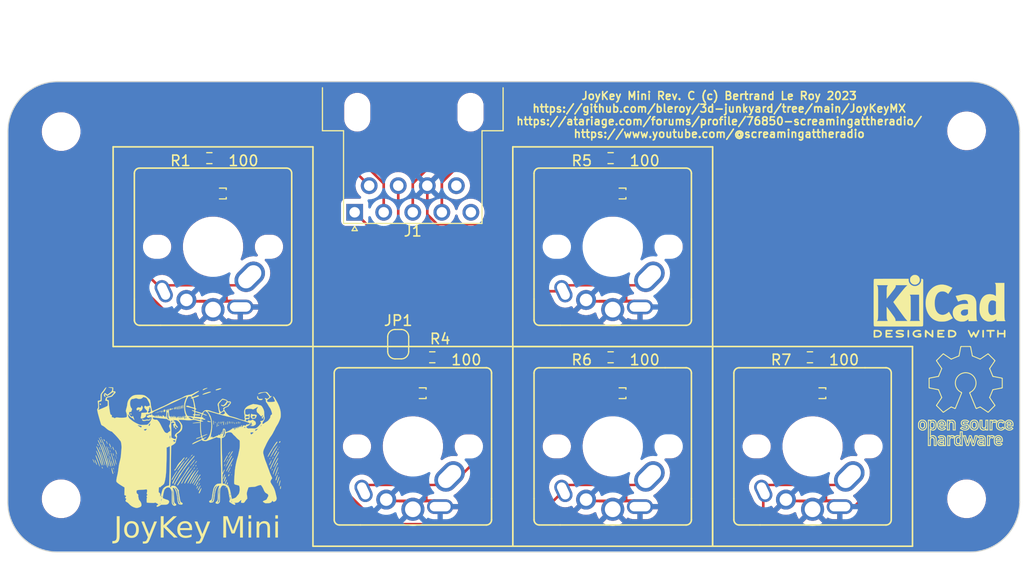
<source format=kicad_pcb>
(kicad_pcb (version 20221018) (generator pcbnew)
  (title_block (title "JoyKey Mini") (date "2023-03-01") (rev "1") (company "Decent Consulting"))
  (layers (0 "F.Cu" signal) (31 "B.Cu" signal) (34 "B.Paste" user) (35 "F.Paste" user) (36 "B.SilkS" user "B.Silkscreen") (37 "F.SilkS" user "F.Silkscreen") (38 "B.Mask" user) (39 "F.Mask" user) (44 "Edge.Cuts" user))
  (net 0 "")
  (net 1 "1")
  (net 2 "2")
  (net 3 "3")
  (net 4 "4")
  (net 5 "5")
  (net 6 "6")
  (net 7 "7")
  (net 8 "8")
  (net 9 "9")
  (net 10 "LED_VCC")
  (net 11 "Net-(R1-Pad2)")
  (net 12 "Net-(R4-Pad2)")
  (net 13 "Net-(R5-Pad2)")
  (net 14 "Net-(R6-Pad2)")
  (net 15 "Net-(R7-Pad2)")
  (footprint "Connector_Dsub:DSUB-9_Female_Horizontal_P2.77x2.54mm_EdgePinOffset9.40mm" (layer "F.Cu") (at 52.813165 36.136581 180)
    (fp_text reference "J1" (at -5.54 -1.8) (layer "F.SilkS"))
    (fp_text value "DB9_Female" hide)
    (pad "1" thru_hole rect (at 0 0 180) (size 1.6 1.6) (drill 1) (layers "*.Cu" "*.Mask") (net 1 "1"))
    (pad "2" thru_hole circle (at -2.77 0 180) (size 1.6 1.6) (drill 1) (layers "*.Cu" "*.Mask") (net 2 "2"))
    (pad "3" thru_hole circle (at -5.54 0 180) (size 1.6 1.6) (drill 1) (layers "*.Cu" "*.Mask") (net 3 "3"))
    (pad "4" thru_hole circle (at -8.31 0 180) (size 1.6 1.6) (drill 1) (layers "*.Cu" "*.Mask") (net 4 "4"))
    (pad "5" thru_hole circle (at -11.08 0 180) (size 1.6 1.6) (drill 1) (layers "*.Cu" "*.Mask") (net 5 "5"))
    (pad "6" thru_hole circle (at -1.385 2.54 180) (size 1.6 1.6) (drill 1) (layers "*.Cu" "*.Mask") (net 6 "6"))
    (pad "7" thru_hole circle (at -4.155 2.54 180) (size 1.6 1.6) (drill 1) (layers "*.Cu" "*.Mask") (net 7 "7"))
    (pad "8" thru_hole circle (at -6.925 2.54 180) (size 1.6 1.6) (drill 1) (layers "*.Cu" "*.Mask") (net 8 "8"))
    (pad "9" thru_hole circle (at -9.695 2.54 180) (size 1.6 1.6) (drill 1) (layers "*.Cu" "*.Mask") (net 9 "9"))
  )
  (footprint "Resistor_SMD:R_0603_1608Metric_Pad0.98x0.95mm_HandSolder" (layer "F.Cu") (at 96.213165 49.96885)
    (fp_text reference "R7" (at -2.75 0.25) (layer "F.SilkS"))
    (fp_text value "100" (at 3.25 0.25) (layer "F.SilkS"))
    (pad "1" smd roundrect (at -0.9125 0) (size 0.975 0.95) (layers "F.Cu" "F.Paste" "F.Mask") (net 8 "8"))
    (pad "2" smd roundrect (at 0.9125 0) (size 0.975 0.95) (layers "F.Cu" "F.Paste" "F.Mask") (net 15 "Net-(R7-Pad2)"))
  )
  (footprint "Resistor_SMD:R_0603_1608Metric_Pad0.98x0.95mm_HandSolder" (layer "F.Cu") (at 77.213165 30.96885)
    (fp_text reference "R5" (at -2.75 0.25) (layer "F.SilkS"))
    (fp_text value "100" (at 3.25 0.25) (layer "F.SilkS"))
    (pad "1" smd roundrect (at -0.9125 0) (size 0.975 0.95) (layers "F.Cu" "F.Paste" "F.Mask") (net 8 "8"))
    (pad "2" smd roundrect (at 0.9125 0) (size 0.975 0.95) (layers "F.Cu" "F.Paste" "F.Mask") (net 13 "Net-(R5-Pad2)"))
  )
  (footprint "Library:OSH_logo" (layer "F.Cu") (at 111.0618 52.3376)
    (fp_text reference "REF**" hide)
    (fp_text value "OSH_logo" hide)
  )
  (footprint "Library:MX-1-00U-LED" (layer "F.Cu") (at 96.463165 58.46885)
    (fp_text reference "SW6")
    (fp_text value "SW_WITHLED")
    (pad "" np_thru_hole oval (at -5.33 0 270) (size 1.8 2.2) (drill oval 1.8 2.2) (layers "F&B.Cu" "*.Mask"))
    (pad "" np_thru_hole circle (at 0 0 180) (size 5.25 5.25) (drill 5.25) (layers "F&B.Cu" "*.Mask"))
    (pad "" np_thru_hole oval (at 5.33 0 270) (size 1.8 2.2) (drill oval 1.8 2.2) (layers "F&B.Cu" "*.Mask"))
    (pad "1" thru_hole oval (at -4.7 4.25 205) (size 1.4 2.2) (drill oval 0.9 1.7) (layers "*.Cu" "*.Mask") (net 4 "4"))
    (pad "1" smd rect (at -1.2192 3.683 270) (size 0.2286 6.8326) (layers "F.Cu" "F.Paste" "F.Mask") (net 4 "4"))
    (pad "1" thru_hole oval (at 3.5 2.87 225) (size 3.2 2.2) (drill oval 2.5 1.5) (layers "*.Cu" "*.Mask") (net 4 "4"))
    (pad "2" thru_hole circle (at -2.54 5.08 90) (size 1.9 1.9) (drill 1.2) (layers "*.Cu" "*.Mask") (net 8 "8"))
    (pad "2" smd rect (at -1.27 5.207 270) (size 0.254 1.312) (layers "F.Cu" "F.Paste" "F.Mask") (net 8 "8"))
    (pad "2" thru_hole circle (at 0 6 90) (size 2.2 2.2) (drill 1.5) (layers "*.Cu" "*.Mask") (net 8 "8"))
    (pad "2" smd rect (at 1.26 5.192 270) (size 0.284 1.758) (layers "F.Cu" "F.Paste" "F.Mask") (net 8 "8"))
    (pad "2" thru_hole oval (at 2.6 5.75 270) (size 1.4 2.5) (drill oval 0.9 2) (layers "*.Cu" "*.Mask") (net 8 "8"))
    (pad "3" smd rect (at 0.75 -5.08 90) (size 0.8 0.8) (layers "F.Cu" "F.Paste" "F.Mask") (net 15 "Net-(R7-Pad2)"))
    (pad "4" smd rect (at -0.75 -5.08 90) (size 0.8 0.8) (layers "F.Cu" "F.Paste" "F.Mask") (net 10 "LED_VCC"))
  )
  (footprint "Library:MX-1-00U-LED" (layer "F.Cu") (at 77.413165 58.46885)
    (fp_text reference "SW5")
    (fp_text value "SW_WITHLED")
    (pad "" np_thru_hole oval (at -5.33 0 270) (size 1.8 2.2) (drill oval 1.8 2.2) (layers "F&B.Cu" "*.Mask"))
    (pad "" np_thru_hole circle (at 0 0 180) (size 5.25 5.25) (drill 5.25) (layers "F&B.Cu" "*.Mask"))
    (pad "" np_thru_hole oval (at 5.33 0 270) (size 1.8 2.2) (drill oval 1.8 2.2) (layers "F&B.Cu" "*.Mask"))
    (pad "1" thru_hole oval (at -4.7 4.25 205) (size 1.4 2.2) (drill oval 0.9 1.7) (layers "*.Cu" "*.Mask") (net 2 "2"))
    (pad "1" smd rect (at -1.2192 3.683 270) (size 0.2286 6.8326) (layers "F.Cu" "F.Paste" "F.Mask") (net 2 "2"))
    (pad "1" thru_hole oval (at 3.5 2.87 225) (size 3.2 2.2) (drill oval 2.5 1.5) (layers "*.Cu" "*.Mask") (net 2 "2"))
    (pad "2" thru_hole circle (at -2.54 5.08 90) (size 1.9 1.9) (drill 1.2) (layers "*.Cu" "*.Mask") (net 8 "8"))
    (pad "2" smd rect (at -1.27 5.207 270) (size 0.254 1.312) (layers "F.Cu" "F.Paste" "F.Mask") (net 8 "8"))
    (pad "2" thru_hole circle (at 0 6 90) (size 2.2 2.2) (drill 1.5) (layers "*.Cu" "*.Mask") (net 8 "8"))
    (pad "2" smd rect (at 1.26 5.192 270) (size 0.284 1.758) (layers "F.Cu" "F.Paste" "F.Mask") (net 8 "8"))
    (pad "2" thru_hole oval (at 2.6 5.75 270) (size 1.4 2.5) (drill oval 0.9 2) (layers "*.Cu" "*.Mask") (net 8 "8"))
    (pad "3" smd rect (at 0.75 -5.08 90) (size 0.8 0.8) (layers "F.Cu" "F.Paste" "F.Mask") (net 14 "Net-(R6-Pad2)"))
    (pad "4" smd rect (at -0.75 -5.08 90) (size 0.8 0.8) (layers "F.Cu" "F.Paste" "F.Mask") (net 10 "LED_VCC"))
  )
  (footprint "" (layer "F.Cu") (at 63.8568 26.5876)
    (fp_text reference "" (at 0 0) (layer "F.SilkS") (effects (font (size 1.27 1.27))))
    (fp_text value "" (at 0 0) (layer "F.SilkS") (effects (font (size 1.27 1.27))))
    (pad "" np_thru_hole oval (at 0 0) (size 2 3.2) (drill oval 2 3.2) (layers "*.Cu" "*.Mask"))
  )
  (footprint "Symbol:KiCad-Logo2_5mm_SilkScreen" (layer "F.Cu") (at 108.5618 45.0876)
    (fp_text reference "REF**" hide)
    (fp_text value "KiCad-Logo2_5mm_SilkScreen" hide)
  )
  (footprint "Jumper:SolderJumper-2_P1.3mm_Bridged_RoundedPad1.0x1.5mm" (layer "F.Cu") (at 56.963165 48.71885 -90)
    (fp_text reference "JP1" (at -2.25 0) (layer "F.SilkS"))
    (fp_text value "SolderJumper_2_Bridged")
    (fp_poly (pts (xy 0.25 -0.3) (xy -0.25 -0.3) (xy -0.25 0.3) (xy 0.25 0.3)) (fill solid) (layer "F.Cu"))
    (pad "1" smd custom (at -0.65 0 270) (size 1 0.5) (layers "F.Cu" "F.Mask") (net 7 "7") (options (clearance outline) (anchor rect)) (primitives (gr_circle (center 0 0.25) (end 0.5 0.25) (width 0) (fill yes)) (gr_circle (center 0 -0.25) (end 0.5 -0.25) (width 0) (fill yes)) (gr_poly (pts (xy 0.5 0.75) (xy 0 0.75) (xy 0 -0.75) (xy 0.5 -0.75)) (width 0) (fill yes))))
    (pad "2" smd custom (at 0.65 0 270) (size 1 0.5) (layers "F.Cu" "F.Mask") (net 10 "LED_VCC") (options (clearance outline) (anchor rect)) (primitives (gr_circle (center 0 0.25) (end 0.5 0.25) (width 0) (fill yes)) (gr_circle (center 0 -0.25) (end 0.5 -0.25) (width 0) (fill yes)) (gr_poly (pts (xy 0 0.75) (xy -0.5 0.75) (xy -0.5 -0.75) (xy 0 -0.75)) (width 0) (fill yes))))
  )
  (footprint "MountingHole:MountingHole_3.2mm_M3" (layer "F.Cu") (at 111.145165 63.46885)
    (fp_text reference "REF**" hide)
    (fp_text value "MountingHole_3.2mm_M3" hide)
    (pad "" np_thru_hole circle (at 0 0) (size 3.2 3.2) (drill 3.2) (layers "*.Cu" "*.Mask"))
  )
  (footprint "Library:ScreamingLogo" (layer "F.Cu") (at 36.945578 57.499201)
    (fp_text reference "G***" hide)
    (fp_text value "LOGO" hide)
  )
  (footprint "MountingHole:MountingHole_3.2mm_M3" (layer "F.Cu") (at 24.835165 63.46885)
    (fp_text reference "REF**" hide)
    (fp_text value "MountingHole_3.2mm_M3" hide)
    (pad "" np_thru_hole circle (at 0 0) (size 3.2 3.2) (drill 3.2) (layers "*.Cu" "*.Mask"))
  )
  (footprint "Resistor_SMD:R_0603_1608Metric_Pad0.98x0.95mm_HandSolder" (layer "F.Cu") (at 77.213165 49.96885)
    (fp_text reference "R6" (at -2.75 0.25) (layer "F.SilkS"))
    (fp_text value "100" (at 3.25 0.25) (layer "F.SilkS"))
    (pad "1" smd roundrect (at -0.9125 0) (size 0.975 0.95) (layers "F.Cu" "F.Paste" "F.Mask") (net 8 "8"))
    (pad "2" smd roundrect (at 0.9125 0) (size 0.975 0.95) (layers "F.Cu" "F.Paste" "F.Mask") (net 14 "Net-(R6-Pad2)"))
  )
  (footprint "MountingHole:MountingHole_3.2mm_M3" (layer "F.Cu") (at 24.835165 28.43335)
    (fp_text reference "REF**" hide)
    (fp_text value "MountingHole_3.2mm_M3" hide)
    (pad "" np_thru_hole circle (at 0 0) (size 3.2 3.2) (drill 3.2) (layers "*.Cu" "*.Mask"))
  )
  (footprint "Library:MX-1-00U-LED" (layer "F.Cu") (at 77.413165 39.41885)
    (fp_text reference "SW4")
    (fp_text value "SW_WITHLED")
    (pad "" np_thru_hole oval (at -5.33 0 270) (size 1.8 2.2) (drill oval 1.8 2.2) (layers "F&B.Cu" "*.Mask"))
    (pad "" np_thru_hole circle (at 0 0 180) (size 5.25 5.25) (drill 5.25) (layers "F&B.Cu" "*.Mask"))
    (pad "" np_thru_hole oval (at 5.33 0 270) (size 1.8 2.2) (drill oval 1.8 2.2) (layers "F&B.Cu" "*.Mask"))
    (pad "1" thru_hole oval (at -4.7 4.25 205) (size 1.4 2.2) (drill oval 0.9 1.7) (layers "*.Cu" "*.Mask") (net 1 "1"))
    (pad "1" smd rect (at -1.2192 3.683 270) (size 0.2286 6.8326) (layers "F.Cu" "F.Paste" "F.Mask") (net 1 "1"))
    (pad "1" thru_hole oval (at 3.5 2.87 225) (size 3.2 2.2) (drill oval 2.5 1.5) (layers "*.Cu" "*.Mask") (net 1 "1"))
    (pad "2" thru_hole circle (at -2.54 5.08 90) (size 1.9 1.9) (drill 1.2) (layers "*.Cu" "*.Mask") (net 8 "8"))
    (pad "2" smd rect (at -1.27 5.207 270) (size 0.254 1.312) (layers "F.Cu" "F.Paste" "F.Mask") (net 8 "8"))
    (pad "2" thru_hole circle (at 0 6 90) (size 2.2 2.2) (drill 1.5) (layers "*.Cu" "*.Mask") (net 8 "8"))
    (pad "2" smd rect (at 1.26 5.192 270) (size 0.284 1.758) (layers "F.Cu" "F.Paste" "F.Mask") (net 8 "8"))
    (pad "2" thru_hole oval (at 2.6 5.75 270) (size 1.4 2.5) (drill oval 0.9 2) (layers "*.Cu" "*.Mask") (net 8 "8"))
    (pad "3" smd rect (at 0.75 -5.08 90) (size 0.8 0.8) (layers "F.Cu" "F.Paste" "F.Mask") (net 13 "Net-(R5-Pad2)"))
    (pad "4" smd rect (at -0.75 -5.08 90) (size 0.8 0.8) (layers "F.Cu" "F.Paste" "F.Mask") (net 10 "LED_VCC"))
  )
  (footprint "Library:MX-1-00U-LED" (layer "F.Cu") (at 58.363165 58.46885)
    (fp_text reference "SW3")
    (fp_text value "SW_WITHLED")
    (pad "" np_thru_hole oval (at -5.33 0 270) (size 1.8 2.2) (drill oval 1.8 2.2) (layers "F&B.Cu" "*.Mask"))
    (pad "" np_thru_hole circle (at 0 0 180) (size 5.25 5.25) (drill 5.25) (layers "F&B.Cu" "*.Mask"))
    (pad "" np_thru_hole oval (at 5.33 0 270) (size 1.8 2.2) (drill oval 1.8 2.2) (layers "F&B.Cu" "*.Mask"))
    (pad "1" thru_hole oval (at -4.7 4.25 205) (size 1.4 2.2) (drill oval 0.9 1.7) (layers "*.Cu" "*.Mask") (net 3 "3"))
    (pad "1" smd rect (at -1.2192 3.683 270) (size 0.2286 6.8326) (layers "F.Cu" "F.Paste" "F.Mask") (net 3 "3"))
    (pad "1" thru_hole oval (at 3.5 2.87 225) (size 3.2 2.2) (drill oval 2.5 1.5) (layers "*.Cu" "*.Mask") (net 3 "3"))
    (pad "2" thru_hole circle (at -2.54 5.08 90) (size 1.9 1.9) (drill 1.2) (layers "*.Cu" "*.Mask") (net 8 "8"))
    (pad "2" smd rect (at -1.27 5.207 270) (size 0.254 1.312) (layers "F.Cu" "F.Paste" "F.Mask") (net 8 "8"))
    (pad "2" thru_hole circle (at 0 6 90) (size 2.2 2.2) (drill 1.5) (layers "*.Cu" "*.Mask") (net 8 "8"))
    (pad "2" smd rect (at 1.26 5.192 270) (size 0.284 1.758) (layers "F.Cu" "F.Paste" "F.Mask") (net 8 "8"))
    (pad "2" thru_hole oval (at 2.6 5.75 270) (size 1.4 2.5) (drill oval 0.9 2) (layers "*.Cu" "*.Mask") (net 8 "8"))
    (pad "3" smd rect (at 0.75 -5.08 90) (size 0.8 0.8) (layers "F.Cu" "F.Paste" "F.Mask") (net 12 "Net-(R4-Pad2)"))
    (pad "4" smd rect (at -0.75 -5.08 90) (size 0.8 0.8) (layers "F.Cu" "F.Paste" "F.Mask") (net 10 "LED_VCC"))
  )
  (footprint "" (layer "F.Cu") (at 53.0618 26.5876)
    (fp_text reference "" (at 0 0) (layer "F.SilkS") (effects (font (size 1.27 1.27))))
    (fp_text value "" (at 0 0) (layer "F.SilkS") (effects (font (size 1.27 1.27))))
    (pad "" np_thru_hole oval (at 0 0) (size 2 3.2) (drill oval 2 3.2) (layers "*.Cu" "*.Mask"))
  )
  (footprint "Library:MX-1-00U-LED" (layer "F.Cu") (at 39.313165 39.41885)
    (fp_text reference "SW1")
    (fp_text value "SW_WITHLED")
    (pad "" np_thru_hole oval (at -5.33 0 270) (size 1.8 2.2) (drill oval 1.8 2.2) (layers "F&B.Cu" "*.Mask"))
    (pad "" np_thru_hole circle (at 0 0 180) (size 5.25 5.25) (drill 5.25) (layers "F&B.Cu" "*.Mask"))
    (pad "" np_thru_hole oval (at 5.33 0 270) (size 1.8 2.2) (drill oval 1.8 2.2) (layers "F&B.Cu" "*.Mask"))
    (pad "1" thru_hole oval (at -4.7 4.25 205) (size 1.4 2.2) (drill oval 0.9 1.7) (layers "*.Cu" "*.Mask") (net 6 "6"))
    (pad "1" smd rect (at -1.2192 3.683 270) (size 0.2286 6.8326) (layers "F.Cu" "F.Paste" "F.Mask") (net 6 "6"))
    (pad "1" thru_hole oval (at 3.5 2.87 225) (size 3.2 2.2) (drill oval 2.5 1.5) (layers "*.Cu" "*.Mask") (net 6 "6"))
    (pad "2" thru_hole circle (at -2.54 5.08 90) (size 1.9 1.9) (drill 1.2) (layers "*.Cu" "*.Mask") (net 8 "8"))
    (pad "2" smd rect (at -1.27 5.207 270) (size 0.254 1.312) (layers "F.Cu" "F.Paste" "F.Mask") (net 8 "8"))
    (pad "2" thru_hole circle (at 0 6 90) (size 2.2 2.2) (drill 1.5) (layers "*.Cu" "*.Mask") (net 8 "8"))
    (pad "2" smd rect (at 1.26 5.192 270) (size 0.284 1.758) (layers "F.Cu" "F.Paste" "F.Mask") (net 8 "8"))
    (pad "2" thru_hole oval (at 2.6 5.75 270) (size 1.4 2.5) (drill oval 0.9 2) (layers "*.Cu" "*.Mask") (net 8 "8"))
    (pad "3" smd rect (at 0.75 -5.08 90) (size 0.8 0.8) (layers "F.Cu" "F.Paste" "F.Mask") (net 11 "Net-(R1-Pad2)"))
    (pad "4" smd rect (at -0.75 -5.08 90) (size 0.8 0.8) (layers "F.Cu" "F.Paste" "F.Mask") (net 10 "LED_VCC"))
  )
  (footprint "Resistor_SMD:R_0603_1608Metric_Pad0.98x0.95mm_HandSolder" (layer "F.Cu") (at 60.213165 49.96885 180)
    (fp_text reference "R4" (at -0.75 1.75) (layer "F.SilkS"))
    (fp_text value "100" (at -3.25 -0.25) (layer "F.SilkS"))
    (pad "1" smd roundrect (at -0.9125 0 180) (size 0.975 0.95) (layers "F.Cu" "F.Paste" "F.Mask") (net 8 "8"))
    (pad "2" smd roundrect (at 0.9125 0 180) (size 0.975 0.95) (layers "F.Cu" "F.Paste" "F.Mask") (net 12 "Net-(R4-Pad2)"))
  )
  (footprint "Resistor_SMD:R_0603_1608Metric_Pad0.98x0.95mm_HandSolder" (layer "F.Cu") (at 38.963165 30.96885)
    (fp_text reference "R1" (at -2.75 0.25) (layer "F.SilkS"))
    (fp_text value "100" (at 3.25 0.25) (layer "F.SilkS"))
    (pad "1" smd roundrect (at -0.9125 0) (size 0.975 0.95) (layers "F.Cu" "F.Paste" "F.Mask") (net 8 "8"))
    (pad "2" smd roundrect (at 0.9125 0) (size 0.975 0.95) (layers "F.Cu" "F.Paste" "F.Mask") (net 11 "Net-(R1-Pad2)"))
  )
  (footprint "MountingHole:MountingHole_3.2mm_M3" (layer "F.Cu") (at 111.145165 28.36585)
    (fp_text reference "REF**" hide)
    (fp_text value "MountingHole_3.2mm_M3" hide)
    (pad "" np_thru_hole circle (at 0 0) (size 3.2 3.2) (drill 3.2) (layers "*.Cu" "*.Mask"))
  )
  (gr_line (start 24.505665 68.54885) (end 111.450665 68.54885) (stroke (width 0.1)) (layer "Edge.Cuts"))
  (gr_line (start 19.755165 28.43335) (end 19.743165 63.78635) (stroke (width 0.1)) (layer "Edge.Cuts"))
  (gr_arc (start 116.213165 63.78635) (mid 114.818261 67.153946) (end 111.450665 68.54885) (stroke (width 0.1)) (layer "Edge.Cuts"))
  (gr_line (start 116.213165 28.43335) (end 116.213165 63.78635) (stroke (width 0.1)) (layer "Edge.Cuts"))
  (gr_arc (start 19.755165 28.43335) (mid 21.150069 25.065754) (end 24.517665 23.67085) (stroke (width 0.1)) (layer "Edge.Cuts"))
  (gr_line (start 24.517665 23.67085) (end 111.462665 23.67085) (stroke (width 0.1)) (layer "Edge.Cuts"))
  (gr_arc (start 111.462665 23.67085) (mid 114.822512 25.069989) (end 116.21318 28.43335) (stroke (width 0.1)) (layer "Edge.Cuts"))
  (gr_arc (start 24.505665 68.54885) (mid 21.138069 67.153946) (end 19.743165 63.78635) (stroke (width 0.1)) (layer "Edge.Cuts"))
  (gr_text "JoyKey Mini Rev. C (c) Bertrand Le Roy 2023\nhttps://github.com/bleroy/3d-junkyard/tree/main/JoyKeyMX\nhttps://atariage.com/forums/profile/76850-screamingattheradio/\nhttps://www.youtube.com/@screamingattheradio" (at 87.5618 26.8376) (layer "F.SilkS") (effects (font (size 0.75 0.75))))
  (gr_text "JoyKey Mini" (at 37.8118 66.3376) (layer "F.SilkS") (effects (font (size 2 2))))
  (segment (start 52.813165 36.136581) (end 60.345434 43.66885) (width 0.25) (layer "F.Cu") (net 1))
  (segment (start 60.345434 43.66885) (end 72.713165 43.66885) (width 0.25) (layer "F.Cu") (net 1))
  (segment (start 72.713165 62.71885) (end 69.538165 65.89385) (width 0.25) (layer "F.Cu") (net 2))
  (segment (start 30.9118 32.5501) (end 35.6743 27.7876) (width 0.25) (layer "F.Cu") (net 2))
  (segment (start 35.6743 27.7876) (end 49.980175 27.7876) (width 0.25) (layer "F.Cu") (net 2))
  (segment (start 69.538165 65.89385) (end 55.07718 65.89385) (width 0.25) (layer "F.Cu") (net 2))
  (segment (start 55.583165 33.39059) (end 55.583165 36.136581) (width 0.25) (layer "F.Cu") (net 2))
  (segment (start 55.07718 65.89385) (end 30.9118 41.72847) (width 0.25) (layer "F.Cu") (net 2))
  (segment (start 49.980175 27.7876) (end 55.583165 33.39059) (width 0.25) (layer "F.Cu") (net 2))
  (segment (start 30.9118 41.72847) (end 30.9118 32.5501) (width 0.25) (layer "F.Cu") (net 2))
  (segment (start 91.5618 67.0876) (end 100.8118 67.0876) (width 0.25) (layer "F.Cu") (net 3))
  (segment (start 62.859612 61.33885) (end 68.729612 55.46885) (width 0.25) (layer "F.Cu") (net 3))
  (segment (start 100.8118 67.0876) (end 104.363165 63.536235) (width 0.25) (layer "F.Cu") (net 3))
  (segment (start 104.363165 52.977569) (end 81.104446 29.71885) (width 0.25) (layer "F.Cu") (net 3))
  (segment (start 62.024905 29.71885) (end 58.353165 33.39059) (width 0.25) (layer "F.Cu") (net 3))
  (segment (start 86.3118 60.011496) (end 86.3118 61.8376) (width 0.25) (layer "F.Cu") (net 3))
  (segment (start 81.104446 29.71885) (end 62.024905 29.71885) (width 0.25) (layer "F.Cu") (net 3))
  (segment (start 104.363165 63.536235) (end 104.363165 52.977569) (width 0.25) (layer "F.Cu") (net 3))
  (segment (start 81.769154 55.46885) (end 86.3118 60.011496) (width 0.25) (layer "F.Cu") (net 3))
  (segment (start 86.3118 61.8376) (end 91.5618 67.0876) (width 0.25) (layer "F.Cu") (net 3))
  (segment (start 68.729612 55.46885) (end 81.769154 55.46885) (width 0.25) (layer "F.Cu") (net 3))
  (segment (start 58.353165 33.39059) (end 58.353165 36.136581) (width 0.25) (layer "F.Cu") (net 3))
  (segment (start 91.763165 65.288965) (end 93.1118 66.6376) (width 0.25) (layer "F.Cu") (net 4))
  (segment (start 99.21805 66.6376) (end 103.913165 61.942485) (width 0.25) (layer "F.Cu") (net 4))
  (segment (start 93.1118 66.6376) (end 99.21805 66.6376) (width 0.25) (layer "F.Cu") (net 4))
  (segment (start 61.123165 33.294985) (end 61.123165 36.136581) (width 0.25) (layer "F.Cu") (net 4))
  (segment (start 64.2493 30.16885) (end 61.123165 33.294985) (width 0.25) (layer "F.Cu") (net 4))
  (segment (start 103.913165 61.942485) (end 103.913165 53.163965) (width 0.25) (layer "F.Cu") (net 4))
  (segment (start 103.913165 53.163965) (end 80.91805 30.16885) (width 0.25) (layer "F.Cu") (net 4))
  (segment (start 91.763165 62.71885) (end 91.763165 65.288965) (width 0.25) (layer "F.Cu") (net 4))
  (segment (start 80.91805 30.16885) (end 64.2493 30.16885) (width 0.25) (layer "F.Cu") (net 4))
  (segment (start 32.508165 33.334985) (end 37.60555 28.2376) (width 0.25) (layer "F.Cu") (net 6))
  (segment (start 48.839184 28.2376) (end 54.198165 33.596581) (width 0.25) (layer "F.Cu") (net 6))
  (segment (start 32.508165 41.56385) (end 32.508165 33.334985) (width 0.25) (layer "F.Cu") (net 6))
  (segment (start 34.613165 43.66885) (end 32.508165 41.56385) (width 0.25) (layer "F.Cu") (net 6))
  (segment (start 37.60555 28.2376) (end 48.839184 28.2376) (width 0.25) (layer "F.Cu") (net 6))
  (segment (start 84.218165 43.537485) (end 79.6868 48.06885) (width 0.25) (layer "F.Cu") (net 7))
  (segment (start 59.4868 39.69385) (end 69.0118 39.69385) (width 0.25) (layer "F.Cu") (net 7))
  (segment (start 69.0118 39.69385) (end 72.2868 36.41885) (width 0.25) (layer "F.Cu") (net 7))
  (segment (start 79.6868 48.06885) (end 56.963165 48.06885) (width 0.25) (layer "F.Cu") (net 7))
  (segment (start 56.968165 33.596581) (end 56.968165 37.175215) (width 0.25) (layer "F.Cu") (net 7))
  (segment (start 81.746287 36.41885) (end 84.218165 38.890728) (width 0.25) (layer "F.Cu") (net 7))
  (segment (start 84.218165 38.890728) (end 84.218165 43.537485) (width 0.25) (layer "F.Cu") (net 7))
  (segment (start 72.2868 36.41885) (end 81.746287 36.41885) (width 0.25) (layer "F.Cu") (net 7))
  (segment (start 56.968165 37.175215) (end 59.4868 39.69385) (width 0.25) (layer "F.Cu") (net 7))
  (segment (start 70.007934 37.261581) (end 76.300665 30.96885) (width 0.25) (layer "F.Cu") (net 8))
  (segment (start 59.738165 36.342572) (end 60.657174 37.261581) (width 0.25) (layer "F.Cu") (net 8))
  (segment (start 100.43055 64.21885) (end 103.463165 61.186235) (width 0.25) (layer "F.Cu") (net 8))
  (segment (start 60.657174 37.261581) (end 70.007934 37.261581) (width 0.25) (layer "F.Cu") (net 8))
  (segment (start 76.300665 30.96885) (end 75.938165 31.33135) (width 0.25) (layer "F.Cu") (net 8))
  (segment (start 75.938165 35.06385) (end 76.388165 35.51385) (width 0.25) (layer "F.Cu") (net 8))
  (segment (start 59.738165 33.596581) (end 59.738165 36.342572) (width 0.25) (layer "F.Cu") (net 8))
  (segment (start 76.388165 35.51385) (end 81.50055 35.51385) (width 0.25) (layer "F.Cu") (net 8))
  (segment (start 88.0618 42.0751) (end 88.0618 46.8376) (width 0.25) (layer "F.Cu") (net 8))
  (segment (start 96.100665 49.16885) (end 95.300665 49.96885) (width 0.25) (layer "F.Cu") (net 8))
  (segment (start 99.063165 64.21885) (end 100.43055 64.21885) (width 0.25) (layer "F.Cu") (net 8))
  (segment (start 103.463165 61.186235) (end 103.463165 53.350361) (width 0.25) (layer "F.Cu") (net 8))
  (segment (start 81.50055 35.51385) (end 88.0618 42.0751) (width 0.25) (layer "F.Cu") (net 8))
  (segment (start 75.938165 31.33135) (end 75.938165 35.06385) (width 0.25) (layer "F.Cu") (net 8))
  (segment (start 103.463165 53.350361) (end 99.281654 49.16885) (width 0.25) (layer "F.Cu") (net 8))
  (segment (start 99.281654 49.16885) (end 96.100665 49.16885) (width 0.25) (layer "F.Cu") (net 8))
  (segment (start 92.8243 50.499985) (end 95.713165 53.38885) (width 0.25) (layer "F.Cu") (net 10))
  (segment (start 76.663165 53.38885) (end 77.388165 54.11385) (width 0.25) (layer "F.Cu") (net 10))
  (segment (start 54.7243 44.72135) (end 54.7243 47.539605) (width 0.25) (layer "F.Cu") (net 10))
  (segment (start 92.8243 44.72135) (end 92.8243 50.499985) (width 0.25) (layer "F.Cu") (net 10))
  (segment (start 77.388165 54.11385) (end 94.988165 54.11385) (width 0.25) (layer "F.Cu") (net 10))
  (segment (start 57.613165 53.38885) (end 58.338165 54.11385) (width 0.25) (layer "F.Cu") (net 10))
  (segment (start 76.663165 34.33885) (end 77.388165 35.06385) (width 0.25) (layer "F.Cu") (net 10))
  (segment (start 58.338165 54.11385) (end 75.938165 54.11385) (width 0.25) (layer "F.Cu") (net 10))
  (segment (start 38.563165 34.33885) (end 39.288165 35.06385) (width 0.25) (layer "F.Cu") (net 10))
  (segment (start 83.1668 35.06385) (end 92.8243 44.72135) (width 0.25) (layer "F.Cu") (net 10))
  (segment (start 94.988165 54.11385) (end 95.713165 53.38885) (width 0.25) (layer "F.Cu") (net 10))
  (segment (start 45.0668 35.06385) (end 54.7243 44.72135) (width 0.25) (layer "F.Cu") (net 10))
  (segment (start 77.388165 35.06385) (end 83.1668 35.06385) (width 0.25) (layer "F.Cu") (net 10))
  (segment (start 39.288165 35.06385) (end 45.0668 35.06385) (width 0.25) (layer "F.Cu") (net 10))
  (segment (start 54.7243 47.539605) (end 56.553545 49.36885) (width 0.25) (layer "F.Cu") (net 10))
  (segment (start 56.963165 49.36885) (end 57.613165 50.01885) (width 0.25) (layer "F.Cu") (net 10))
  (segment (start 75.938165 54.11385) (end 76.663165 53.38885) (width 0.25) (layer "F.Cu") (net 10))
  (segment (start 57.613165 50.01885) (end 57.613165 53.38885) (width 0.25) (layer "F.Cu") (net 10))
  (segment (start 40.063165 31.15635) (end 40.063165 34.33885) (width 0.25) (layer "F.Cu") (net 11))
  (segment (start 59.113165 53.38885) (end 59.113165 50.15635) (width 0.25) (layer "F.Cu") (net 12))
  (segment (start 78.163165 31.00635) (end 78.163165 34.33885) (width 0.25) (layer "F.Cu") (net 13))
  (segment (start 78.163165 53.38885) (end 78.163165 50.00635) (width 0.25) (layer "F.Cu") (net 14))
  (segment (start 97.213165 53.38885) (end 97.213165 50.05635) (width 0.25) (layer "F.Cu") (net 15))
  (zone (net 8) (net_name "8") (layers "F&B.Cu") (connect_pads (clearance 0.5)) (min_thickness 0.25) (fill yes (thermal_gap 0.5) (thermal_bridge_width 0.5))
    (polygon (pts (xy 19.00555 15.88135) (xy 116.6368 15.88135) (xy 116.6368 70.6501) (xy 19.00555 70.6501)))
  )
)
</source>
